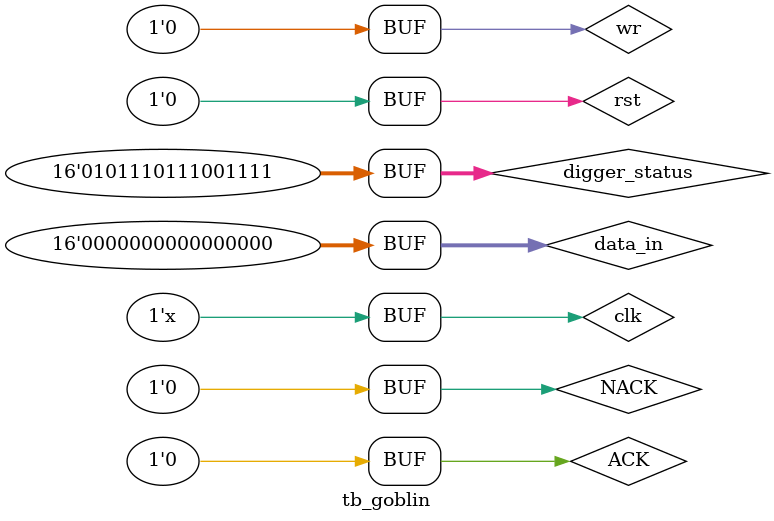
<source format=v>
`timescale 1ns / 1ps


module tb_goblin;

	// Inputs
	reg clk;
	reg rst;
	reg wr;
	reg [15:0] data_in;
	reg ACK;
	reg NACK;
	reg [15:0] digger_status;

	// Outputs
	wire req;
	wire [1:0] req_type;
	wire [7:0] req_content;
	wire GameOver;

	// Instantiate the Unit Under Test (UUT)
	goblin1 uut (
		.clk(clk), 
		.rst(rst), 
		.wr(wr), 
		.data_in(data_in), 
		.ACK(ACK), 
		.NACK(NACK), 
		.digger_status(digger_status), 
		.req(req), 
		.req_type(req_type), 
		.req_content(req_content), 
		.GameOver(GameOver)
	);

	initial begin
		// Initialize Inputs
		clk = 0;
		rst = 1;
		wr = 0;
		data_in = 0;
		ACK = 0;
		NACK = 0;
		digger_status = 16'b0101110111001111;

		// Wait 100 ns for global reset to finish
		#10;
		rst=0;
		
		#50;
		NACK=1;
		#10;
		NACK=0;
		#10;
		ACK=1;
		data_in=16'b0111100000100100;
		wr=1;
		#2;
		ACK=0;
		wr=0;
		#20;
		NACK=1;
		#2; NACK=0;
		#10;
		ACK=1;
		data_in=16'b0011100001001111;
		#2;ACK=0;
		#3;
		ACK=1;
		data_in=16'b0000000000000000;
		#2;ACK=0;
		#3; NACK=1;
		#2 NACK=0;
		#10 ACK=1;wr=1;data_in=16'b0111010000100100;
		#2 ACK=0;wr=0;
		
		#50 ACK=1;wr=1;data_in=16'b0000000000000000;
		#2 ACK=0;wr=0;
        
		// Add stimulus here

	end
      
	always begin
			#1 clk = ~clk;
	end
endmodule


</source>
